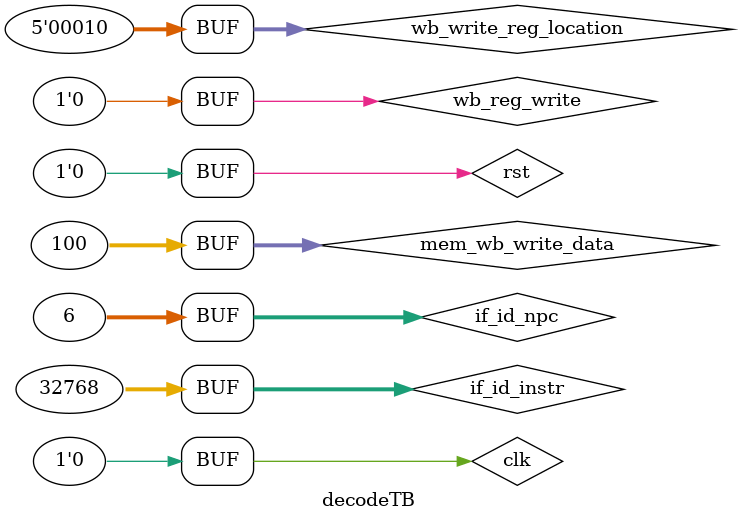
<source format=v>
`timescale 1ns / 1ps
module decodeTB();
reg clk, rst, wb_reg_write;
reg [4:0] wb_write_reg_location;
reg [31:0] mem_wb_write_data, if_id_instr, if_id_npc;
wire [1:0] id_ex_wb;
wire [2:0]id_ex_mem;
wire [3:0] if_ex_execute;
wire [31:0]id_ex_npc, id_ex_readdat1, id_ex_readdat2, id_ex_sign_ext;
wire [4:0] id_ex_instr_bits_2016, id_ex_instr_bits_1511;


decode ll1(clk, rst, wb_reg_write, wb_write_reg_location, mem_wb_write_data, if_id_instr, if_id_npc, id_ex_wb, id_ex_mem, if_ex_execute, id_ex_npc, id_ex_readdat1, id_ex_readdat2, id_ex_sign_ext, id_ex_instr_bits_2016, id_ex_instr_bits_1511);

initial begin
$dumpfile("dump.vcd");
$dumpvars(0, decodeTB);
end
initial begin
clk =0; 
repeat(50)
#1 clk = ~clk;
end
initial begin
rst = 1;
wb_reg_write = 0;
wb_write_reg_location = 5'd2;
mem_wb_write_data = 32'h00000064;
if_id_npc = 32'h00000001;
if_id_instr = 32'h00A41020;
#2 rst = 0;
#2 if_id_npc = 32'h00000002;
if_id_instr = 32'h10000008;
#2 if_id_npc = 32'h00000003;
if_id_instr = 32'h8C820002;
#2 if_id_npc = 32'h00000004;
if_id_instr = 32'hAC820002;
if_id_npc = 32'h00000005;
wb_reg_write = 1;
#2 if_id_instr = 32'h00421020;
if_id_npc = 32'h00000006;
#2 if_id_instr=32'h00008000;
wb_reg_write = 0;
#2 #2;
end
endmodule

</source>
